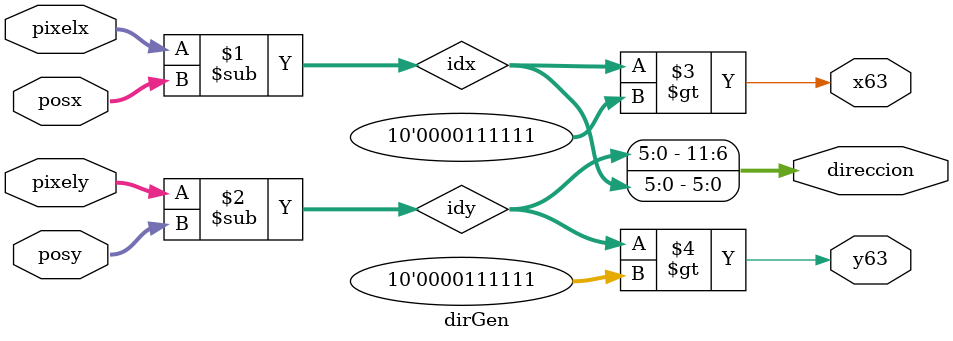
<source format=sv>
module dirGen(input [9:0] pixelx, pixely, posx, posy, output x63, y63, output logic [11:0] direccion);


    logic [9:0] idx, idy;
	
    assign idx = pixelx - posx;
	
    assign idy = pixely - posy;
	
    assign direccion = {idy[5:0], idx[5:0]}; 
	
    assign x63 = (idx > 10'd63);
	
    assign y63 = (idy > 10'd63);

endmodule 
</source>
